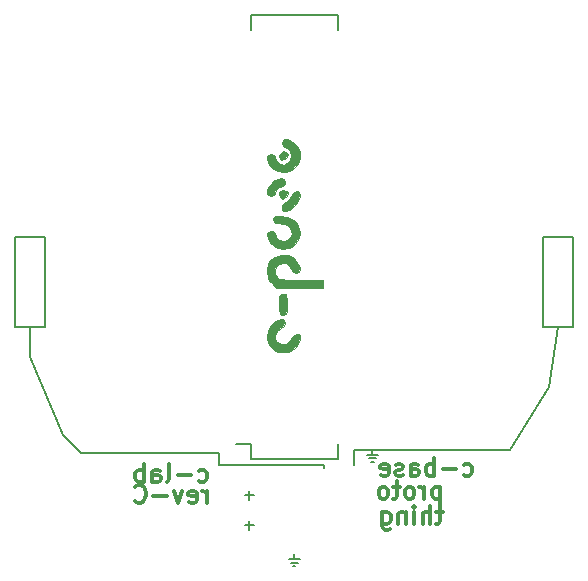
<source format=gbo>
G04 #@! TF.FileFunction,Legend,Bot*
%FSLAX46Y46*%
G04 Gerber Fmt 4.6, Leading zero omitted, Abs format (unit mm)*
G04 Created by KiCad (PCBNEW 4.0.0-rc1-stable) date Di 10 Nov 2015 17:33:22 CET*
%MOMM*%
G01*
G04 APERTURE LIST*
%ADD10C,0.100000*%
%ADD11C,0.200000*%
%ADD12C,0.300000*%
%ADD13C,0.010000*%
%ADD14C,0.150000*%
G04 APERTURE END LIST*
D10*
D11*
X126746000Y-129794000D02*
X126746000Y-127254000D01*
X129540000Y-136398000D02*
X126746000Y-129794000D01*
X131064000Y-137922000D02*
X129540000Y-136398000D01*
X142748000Y-137922000D02*
X131064000Y-137922000D01*
X142748000Y-138938000D02*
X142748000Y-137922000D01*
X151638000Y-138938000D02*
X142748000Y-138938000D01*
X151638000Y-139192000D02*
X151638000Y-138938000D01*
X154178000Y-137668000D02*
X154178000Y-138938000D01*
X155448000Y-137668000D02*
X154178000Y-137668000D01*
X167386000Y-137668000D02*
X155448000Y-137668000D01*
X170688000Y-132334000D02*
X167386000Y-137668000D01*
X171450000Y-127254000D02*
X170688000Y-132334000D01*
X149574190Y-146946952D02*
X148621809Y-146946952D01*
X149383714Y-147232667D02*
X148812285Y-147232667D01*
X149097999Y-146518381D02*
X149097999Y-146946952D01*
X149002761Y-147518381D02*
X149193237Y-147518381D01*
X156203590Y-138133152D02*
X155251209Y-138133152D01*
X156013114Y-138418867D02*
X155441685Y-138418867D01*
X155727399Y-137704581D02*
X155727399Y-138133152D01*
X155632161Y-138704581D02*
X155822637Y-138704581D01*
X145668952Y-141549429D02*
X144907047Y-141549429D01*
X145287999Y-141930381D02*
X145287999Y-141168476D01*
X172720000Y-119634000D02*
X172720000Y-127254000D01*
X170180000Y-119634000D02*
X172720000Y-119634000D01*
X170180000Y-127254000D02*
X170180000Y-119634000D01*
X128016000Y-119634000D02*
X125476000Y-119634000D01*
X128016000Y-127254000D02*
X128016000Y-119634000D01*
X125476000Y-127254000D02*
X128016000Y-127254000D01*
X125476000Y-119634000D02*
X125476000Y-127254000D01*
X170180000Y-127254000D02*
X172720000Y-127254000D01*
X145668952Y-144089429D02*
X144907047Y-144089429D01*
X145287999Y-144470381D02*
X145287999Y-143708476D01*
D12*
X141683999Y-142156571D02*
X141683999Y-141156571D01*
X141683999Y-141442286D02*
X141612571Y-141299429D01*
X141541142Y-141228000D01*
X141398285Y-141156571D01*
X141255428Y-141156571D01*
X140184000Y-142085143D02*
X140326857Y-142156571D01*
X140612571Y-142156571D01*
X140755428Y-142085143D01*
X140826857Y-141942286D01*
X140826857Y-141370857D01*
X140755428Y-141228000D01*
X140612571Y-141156571D01*
X140326857Y-141156571D01*
X140184000Y-141228000D01*
X140112571Y-141370857D01*
X140112571Y-141513714D01*
X140826857Y-141656571D01*
X139612571Y-141156571D02*
X139255428Y-142156571D01*
X138898286Y-141156571D01*
X138326857Y-141585143D02*
X137184000Y-141585143D01*
X135612571Y-142013714D02*
X135684000Y-142085143D01*
X135898286Y-142156571D01*
X136041143Y-142156571D01*
X136255428Y-142085143D01*
X136398286Y-141942286D01*
X136469714Y-141799429D01*
X136541143Y-141513714D01*
X136541143Y-141299429D01*
X136469714Y-141013714D01*
X136398286Y-140870857D01*
X136255428Y-140728000D01*
X136041143Y-140656571D01*
X135898286Y-140656571D01*
X135684000Y-140728000D01*
X135612571Y-140799429D01*
X141005428Y-140307143D02*
X141148285Y-140378571D01*
X141433999Y-140378571D01*
X141576857Y-140307143D01*
X141648285Y-140235714D01*
X141719714Y-140092857D01*
X141719714Y-139664286D01*
X141648285Y-139521429D01*
X141576857Y-139450000D01*
X141433999Y-139378571D01*
X141148285Y-139378571D01*
X141005428Y-139450000D01*
X140362571Y-139807143D02*
X139219714Y-139807143D01*
X138291142Y-140378571D02*
X138434000Y-140307143D01*
X138505428Y-140164286D01*
X138505428Y-138878571D01*
X137076857Y-140378571D02*
X137076857Y-139592857D01*
X137148286Y-139450000D01*
X137291143Y-139378571D01*
X137576857Y-139378571D01*
X137719714Y-139450000D01*
X137076857Y-140307143D02*
X137219714Y-140378571D01*
X137576857Y-140378571D01*
X137719714Y-140307143D01*
X137791143Y-140164286D01*
X137791143Y-140021429D01*
X137719714Y-139878571D01*
X137576857Y-139807143D01*
X137219714Y-139807143D01*
X137076857Y-139735714D01*
X136362571Y-140378571D02*
X136362571Y-138878571D01*
X136362571Y-139450000D02*
X136219714Y-139378571D01*
X135934000Y-139378571D01*
X135791143Y-139450000D01*
X135719714Y-139521429D01*
X135648285Y-139664286D01*
X135648285Y-140092857D01*
X135719714Y-140235714D01*
X135791143Y-140307143D01*
X135934000Y-140378571D01*
X136219714Y-140378571D01*
X136362571Y-140307143D01*
X161682572Y-142934571D02*
X161111143Y-142934571D01*
X161468286Y-142434571D02*
X161468286Y-143720286D01*
X161396858Y-143863143D01*
X161254000Y-143934571D01*
X161111143Y-143934571D01*
X160611143Y-143934571D02*
X160611143Y-142434571D01*
X159968286Y-143934571D02*
X159968286Y-143148857D01*
X160039715Y-143006000D01*
X160182572Y-142934571D01*
X160396857Y-142934571D01*
X160539715Y-143006000D01*
X160611143Y-143077429D01*
X159254000Y-143934571D02*
X159254000Y-142934571D01*
X159254000Y-142434571D02*
X159325429Y-142506000D01*
X159254000Y-142577429D01*
X159182572Y-142506000D01*
X159254000Y-142434571D01*
X159254000Y-142577429D01*
X158539714Y-142934571D02*
X158539714Y-143934571D01*
X158539714Y-143077429D02*
X158468286Y-143006000D01*
X158325428Y-142934571D01*
X158111143Y-142934571D01*
X157968286Y-143006000D01*
X157896857Y-143148857D01*
X157896857Y-143934571D01*
X156539714Y-142934571D02*
X156539714Y-144148857D01*
X156611143Y-144291714D01*
X156682571Y-144363143D01*
X156825428Y-144434571D01*
X157039714Y-144434571D01*
X157182571Y-144363143D01*
X156539714Y-143863143D02*
X156682571Y-143934571D01*
X156968285Y-143934571D01*
X157111143Y-143863143D01*
X157182571Y-143791714D01*
X157254000Y-143648857D01*
X157254000Y-143220286D01*
X157182571Y-143077429D01*
X157111143Y-143006000D01*
X156968285Y-142934571D01*
X156682571Y-142934571D01*
X156539714Y-143006000D01*
X161473828Y-140826371D02*
X161473828Y-142326371D01*
X161473828Y-140897800D02*
X161330971Y-140826371D01*
X161045257Y-140826371D01*
X160902400Y-140897800D01*
X160830971Y-140969229D01*
X160759542Y-141112086D01*
X160759542Y-141540657D01*
X160830971Y-141683514D01*
X160902400Y-141754943D01*
X161045257Y-141826371D01*
X161330971Y-141826371D01*
X161473828Y-141754943D01*
X160116685Y-141826371D02*
X160116685Y-140826371D01*
X160116685Y-141112086D02*
X160045257Y-140969229D01*
X159973828Y-140897800D01*
X159830971Y-140826371D01*
X159688114Y-140826371D01*
X158973828Y-141826371D02*
X159116686Y-141754943D01*
X159188114Y-141683514D01*
X159259543Y-141540657D01*
X159259543Y-141112086D01*
X159188114Y-140969229D01*
X159116686Y-140897800D01*
X158973828Y-140826371D01*
X158759543Y-140826371D01*
X158616686Y-140897800D01*
X158545257Y-140969229D01*
X158473828Y-141112086D01*
X158473828Y-141540657D01*
X158545257Y-141683514D01*
X158616686Y-141754943D01*
X158759543Y-141826371D01*
X158973828Y-141826371D01*
X158045257Y-140826371D02*
X157473828Y-140826371D01*
X157830971Y-140326371D02*
X157830971Y-141612086D01*
X157759543Y-141754943D01*
X157616685Y-141826371D01*
X157473828Y-141826371D01*
X156759542Y-141826371D02*
X156902400Y-141754943D01*
X156973828Y-141683514D01*
X157045257Y-141540657D01*
X157045257Y-141112086D01*
X156973828Y-140969229D01*
X156902400Y-140897800D01*
X156759542Y-140826371D01*
X156545257Y-140826371D01*
X156402400Y-140897800D01*
X156330971Y-140969229D01*
X156259542Y-141112086D01*
X156259542Y-141540657D01*
X156330971Y-141683514D01*
X156402400Y-141754943D01*
X156545257Y-141826371D01*
X156759542Y-141826371D01*
X163452571Y-139799143D02*
X163595428Y-139870571D01*
X163881142Y-139870571D01*
X164024000Y-139799143D01*
X164095428Y-139727714D01*
X164166857Y-139584857D01*
X164166857Y-139156286D01*
X164095428Y-139013429D01*
X164024000Y-138942000D01*
X163881142Y-138870571D01*
X163595428Y-138870571D01*
X163452571Y-138942000D01*
X162809714Y-139299143D02*
X161666857Y-139299143D01*
X160952571Y-139870571D02*
X160952571Y-138370571D01*
X160952571Y-138942000D02*
X160809714Y-138870571D01*
X160524000Y-138870571D01*
X160381143Y-138942000D01*
X160309714Y-139013429D01*
X160238285Y-139156286D01*
X160238285Y-139584857D01*
X160309714Y-139727714D01*
X160381143Y-139799143D01*
X160524000Y-139870571D01*
X160809714Y-139870571D01*
X160952571Y-139799143D01*
X158952571Y-139870571D02*
X158952571Y-139084857D01*
X159024000Y-138942000D01*
X159166857Y-138870571D01*
X159452571Y-138870571D01*
X159595428Y-138942000D01*
X158952571Y-139799143D02*
X159095428Y-139870571D01*
X159452571Y-139870571D01*
X159595428Y-139799143D01*
X159666857Y-139656286D01*
X159666857Y-139513429D01*
X159595428Y-139370571D01*
X159452571Y-139299143D01*
X159095428Y-139299143D01*
X158952571Y-139227714D01*
X158309714Y-139799143D02*
X158166857Y-139870571D01*
X157881142Y-139870571D01*
X157738285Y-139799143D01*
X157666857Y-139656286D01*
X157666857Y-139584857D01*
X157738285Y-139442000D01*
X157881142Y-139370571D01*
X158095428Y-139370571D01*
X158238285Y-139299143D01*
X158309714Y-139156286D01*
X158309714Y-139084857D01*
X158238285Y-138942000D01*
X158095428Y-138870571D01*
X157881142Y-138870571D01*
X157738285Y-138942000D01*
X156452571Y-139799143D02*
X156595428Y-139870571D01*
X156881142Y-139870571D01*
X157023999Y-139799143D01*
X157095428Y-139656286D01*
X157095428Y-139084857D01*
X157023999Y-138942000D01*
X156881142Y-138870571D01*
X156595428Y-138870571D01*
X156452571Y-138942000D01*
X156381142Y-139084857D01*
X156381142Y-139227714D01*
X157095428Y-139370571D01*
D13*
G36*
X149514912Y-127907423D02*
X149319783Y-127889000D01*
X149044681Y-127969209D01*
X148854300Y-128245736D01*
X148843331Y-128271616D01*
X148607557Y-128602288D01*
X148363767Y-128734817D01*
X147964108Y-128738008D01*
X147670427Y-128565755D01*
X147501914Y-128281326D01*
X147477756Y-127947986D01*
X147617140Y-127629005D01*
X147939254Y-127387649D01*
X147953385Y-127381670D01*
X148249222Y-127187690D01*
X148336000Y-126921093D01*
X148272230Y-126688834D01*
X148066400Y-126627615D01*
X147696736Y-126734638D01*
X147515541Y-126815621D01*
X147108444Y-127135869D01*
X146864008Y-127590272D01*
X146792546Y-128109746D01*
X146904370Y-128625207D01*
X147183231Y-129041770D01*
X147472078Y-129280915D01*
X147780348Y-129389459D01*
X148175471Y-129413000D01*
X148603207Y-129383916D01*
X148895925Y-129268371D01*
X149135484Y-129059156D01*
X149387848Y-128709107D01*
X149548719Y-128330084D01*
X149556119Y-128297156D01*
X149592018Y-128018076D01*
X149514912Y-127907423D01*
X149514912Y-127907423D01*
G37*
X149514912Y-127907423D02*
X149319783Y-127889000D01*
X149044681Y-127969209D01*
X148854300Y-128245736D01*
X148843331Y-128271616D01*
X148607557Y-128602288D01*
X148363767Y-128734817D01*
X147964108Y-128738008D01*
X147670427Y-128565755D01*
X147501914Y-128281326D01*
X147477756Y-127947986D01*
X147617140Y-127629005D01*
X147939254Y-127387649D01*
X147953385Y-127381670D01*
X148249222Y-127187690D01*
X148336000Y-126921093D01*
X148272230Y-126688834D01*
X148066400Y-126627615D01*
X147696736Y-126734638D01*
X147515541Y-126815621D01*
X147108444Y-127135869D01*
X146864008Y-127590272D01*
X146792546Y-128109746D01*
X146904370Y-128625207D01*
X147183231Y-129041770D01*
X147472078Y-129280915D01*
X147780348Y-129389459D01*
X148175471Y-129413000D01*
X148603207Y-129383916D01*
X148895925Y-129268371D01*
X149135484Y-129059156D01*
X149387848Y-128709107D01*
X149548719Y-128330084D01*
X149556119Y-128297156D01*
X149592018Y-128018076D01*
X149514912Y-127907423D01*
G36*
X149761259Y-123317000D02*
X149007262Y-123310694D01*
X148465236Y-123289067D01*
X148093405Y-123248052D01*
X147849989Y-123183586D01*
X147729259Y-123119299D01*
X147492996Y-122834004D01*
X147447543Y-122500654D01*
X147558126Y-122181768D01*
X147789967Y-121939864D01*
X148108293Y-121837460D01*
X148407253Y-121900425D01*
X148694415Y-122127637D01*
X148843407Y-122362940D01*
X149035853Y-122622563D01*
X149285357Y-122682000D01*
X149534136Y-122617633D01*
X149597744Y-122412673D01*
X149479240Y-122049337D01*
X149416226Y-121921403D01*
X149051331Y-121459280D01*
X148566729Y-121203767D01*
X148007053Y-121167801D01*
X147444459Y-121349815D01*
X147087802Y-121605391D01*
X146888698Y-121953997D01*
X146814736Y-122460716D01*
X146812000Y-122619921D01*
X146847553Y-123047979D01*
X146987461Y-123357038D01*
X147183231Y-123580770D01*
X147554462Y-123952000D01*
X151511000Y-123952000D01*
X151511000Y-123317000D01*
X149761259Y-123317000D01*
X149761259Y-123317000D01*
G37*
X149761259Y-123317000D02*
X149007262Y-123310694D01*
X148465236Y-123289067D01*
X148093405Y-123248052D01*
X147849989Y-123183586D01*
X147729259Y-123119299D01*
X147492996Y-122834004D01*
X147447543Y-122500654D01*
X147558126Y-122181768D01*
X147789967Y-121939864D01*
X148108293Y-121837460D01*
X148407253Y-121900425D01*
X148694415Y-122127637D01*
X148843407Y-122362940D01*
X149035853Y-122622563D01*
X149285357Y-122682000D01*
X149534136Y-122617633D01*
X149597744Y-122412673D01*
X149479240Y-122049337D01*
X149416226Y-121921403D01*
X149051331Y-121459280D01*
X148566729Y-121203767D01*
X148007053Y-121167801D01*
X147444459Y-121349815D01*
X147087802Y-121605391D01*
X146888698Y-121953997D01*
X146814736Y-122460716D01*
X146812000Y-122619921D01*
X146847553Y-123047979D01*
X146987461Y-123357038D01*
X147183231Y-123580770D01*
X147554462Y-123952000D01*
X151511000Y-123952000D01*
X151511000Y-123317000D01*
X149761259Y-123317000D01*
G36*
X149453029Y-118693547D02*
X149426778Y-118639808D01*
X149062470Y-118199656D01*
X148524679Y-117935536D01*
X147897807Y-117856000D01*
X147542693Y-117868828D01*
X147373498Y-117932122D01*
X147322487Y-118083104D01*
X147320000Y-118173500D01*
X147362259Y-118402180D01*
X147540368Y-118484343D01*
X147692733Y-118491000D01*
X148224357Y-118565304D01*
X148620959Y-118765874D01*
X148847856Y-119059197D01*
X148870363Y-119411763D01*
X148809981Y-119570500D01*
X148565219Y-119890308D01*
X148229260Y-120008788D01*
X148133434Y-120013056D01*
X147818347Y-119907560D01*
X147556798Y-119650922D01*
X147447003Y-119339693D01*
X147447000Y-119338250D01*
X147341940Y-119164150D01*
X147129500Y-119126000D01*
X146885367Y-119217314D01*
X146793187Y-119453443D01*
X146850317Y-119777670D01*
X147054113Y-120133277D01*
X147183231Y-120278770D01*
X147472078Y-120517915D01*
X147780348Y-120626459D01*
X148175471Y-120650000D01*
X148601705Y-120621306D01*
X148893942Y-120506250D01*
X149142507Y-120288825D01*
X149466438Y-119791531D01*
X149573717Y-119237891D01*
X149453029Y-118693547D01*
X149453029Y-118693547D01*
G37*
X149453029Y-118693547D02*
X149426778Y-118639808D01*
X149062470Y-118199656D01*
X148524679Y-117935536D01*
X147897807Y-117856000D01*
X147542693Y-117868828D01*
X147373498Y-117932122D01*
X147322487Y-118083104D01*
X147320000Y-118173500D01*
X147362259Y-118402180D01*
X147540368Y-118484343D01*
X147692733Y-118491000D01*
X148224357Y-118565304D01*
X148620959Y-118765874D01*
X148847856Y-119059197D01*
X148870363Y-119411763D01*
X148809981Y-119570500D01*
X148565219Y-119890308D01*
X148229260Y-120008788D01*
X148133434Y-120013056D01*
X147818347Y-119907560D01*
X147556798Y-119650922D01*
X147447003Y-119339693D01*
X147447000Y-119338250D01*
X147341940Y-119164150D01*
X147129500Y-119126000D01*
X146885367Y-119217314D01*
X146793187Y-119453443D01*
X146850317Y-119777670D01*
X147054113Y-120133277D01*
X147183231Y-120278770D01*
X147472078Y-120517915D01*
X147780348Y-120626459D01*
X148175471Y-120650000D01*
X148601705Y-120621306D01*
X148893942Y-120506250D01*
X149142507Y-120288825D01*
X149466438Y-119791531D01*
X149573717Y-119237891D01*
X149453029Y-118693547D01*
G36*
X148244687Y-114754367D02*
X148008558Y-114662187D01*
X147684331Y-114719317D01*
X147328724Y-114923113D01*
X147183231Y-115052231D01*
X146918442Y-115404078D01*
X146799205Y-115748438D01*
X146828165Y-116028593D01*
X147007965Y-116187825D01*
X147129500Y-116205000D01*
X147382797Y-116141389D01*
X147447000Y-115970684D01*
X147554040Y-115679903D01*
X147808213Y-115429395D01*
X148109100Y-115316305D01*
X148123751Y-115316000D01*
X148297851Y-115210940D01*
X148336000Y-114998500D01*
X148244687Y-114754367D01*
X148244687Y-114754367D01*
G37*
X148244687Y-114754367D02*
X148008558Y-114662187D01*
X147684331Y-114719317D01*
X147328724Y-114923113D01*
X147183231Y-115052231D01*
X146918442Y-115404078D01*
X146799205Y-115748438D01*
X146828165Y-116028593D01*
X147007965Y-116187825D01*
X147129500Y-116205000D01*
X147382797Y-116141389D01*
X147447000Y-115970684D01*
X147554040Y-115679903D01*
X147808213Y-115429395D01*
X148109100Y-115316305D01*
X148123751Y-115316000D01*
X148297851Y-115210940D01*
X148336000Y-114998500D01*
X148244687Y-114754367D01*
G36*
X149549764Y-112442227D02*
X149391306Y-112082473D01*
X149136934Y-111773294D01*
X148834311Y-111538906D01*
X148531102Y-111403527D01*
X148274971Y-111391372D01*
X148113580Y-111526658D01*
X148082000Y-111696500D01*
X148140971Y-111940545D01*
X148252817Y-112014000D01*
X148507430Y-112124380D01*
X148726489Y-112393709D01*
X148840086Y-112729267D01*
X148844000Y-112798067D01*
X148747099Y-113134475D01*
X148510875Y-113411978D01*
X148217046Y-113537332D01*
X148195509Y-113538000D01*
X147894612Y-113446623D01*
X147615798Y-113228372D01*
X147456766Y-112967071D01*
X147447000Y-112895799D01*
X147368695Y-112701173D01*
X147129500Y-112649000D01*
X146896381Y-112694336D01*
X146818930Y-112881569D01*
X146815862Y-112998250D01*
X146865544Y-113346550D01*
X146949175Y-113569753D01*
X147239407Y-113857068D01*
X147686328Y-114071927D01*
X148194287Y-114170840D01*
X148275963Y-114173000D01*
X148764562Y-114057151D01*
X149175102Y-113749686D01*
X149463334Y-113310727D01*
X149585009Y-112800399D01*
X149549764Y-112442227D01*
X149549764Y-112442227D01*
G37*
X149549764Y-112442227D02*
X149391306Y-112082473D01*
X149136934Y-111773294D01*
X148834311Y-111538906D01*
X148531102Y-111403527D01*
X148274971Y-111391372D01*
X148113580Y-111526658D01*
X148082000Y-111696500D01*
X148140971Y-111940545D01*
X148252817Y-112014000D01*
X148507430Y-112124380D01*
X148726489Y-112393709D01*
X148840086Y-112729267D01*
X148844000Y-112798067D01*
X148747099Y-113134475D01*
X148510875Y-113411978D01*
X148217046Y-113537332D01*
X148195509Y-113538000D01*
X147894612Y-113446623D01*
X147615798Y-113228372D01*
X147456766Y-112967071D01*
X147447000Y-112895799D01*
X147368695Y-112701173D01*
X147129500Y-112649000D01*
X146896381Y-112694336D01*
X146818930Y-112881569D01*
X146815862Y-112998250D01*
X146865544Y-113346550D01*
X146949175Y-113569753D01*
X147239407Y-113857068D01*
X147686328Y-114071927D01*
X148194287Y-114170840D01*
X148275963Y-114173000D01*
X148764562Y-114057151D01*
X149175102Y-113749686D01*
X149463334Y-113310727D01*
X149585009Y-112800399D01*
X149549764Y-112442227D01*
G36*
X148458332Y-124884547D02*
X148431147Y-124618730D01*
X148361680Y-124496203D01*
X148230162Y-124461619D01*
X148145500Y-124460000D01*
X147979624Y-124473073D01*
X147884690Y-124549190D01*
X147840930Y-124743699D01*
X147828579Y-125111947D01*
X147828000Y-125349000D01*
X147832669Y-125813454D01*
X147859854Y-126079271D01*
X147929321Y-126201798D01*
X148060839Y-126236382D01*
X148145500Y-126238000D01*
X148311377Y-126224928D01*
X148406311Y-126148811D01*
X148450071Y-125954302D01*
X148462422Y-125586054D01*
X148463000Y-125349000D01*
X148458332Y-124884547D01*
X148458332Y-124884547D01*
G37*
X148458332Y-124884547D02*
X148431147Y-124618730D01*
X148361680Y-124496203D01*
X148230162Y-124461619D01*
X148145500Y-124460000D01*
X147979624Y-124473073D01*
X147884690Y-124549190D01*
X147840930Y-124743699D01*
X147828579Y-125111947D01*
X147828000Y-125349000D01*
X147832669Y-125813454D01*
X147859854Y-126079271D01*
X147929321Y-126201798D01*
X148060839Y-126236382D01*
X148145500Y-126238000D01*
X148311377Y-126224928D01*
X148406311Y-126148811D01*
X148450071Y-125954302D01*
X148462422Y-125586054D01*
X148463000Y-125349000D01*
X148458332Y-124884547D01*
G36*
X148547853Y-115897348D02*
X148375619Y-115744783D01*
X148149486Y-115697000D01*
X147906048Y-115747706D01*
X147829796Y-115949856D01*
X147828000Y-116018486D01*
X147898851Y-116290487D01*
X148028348Y-116416853D01*
X148273837Y-116397508D01*
X148482795Y-116220755D01*
X148564481Y-115977335D01*
X148547853Y-115897348D01*
X148547853Y-115897348D01*
G37*
X148547853Y-115897348D02*
X148375619Y-115744783D01*
X148149486Y-115697000D01*
X147906048Y-115747706D01*
X147829796Y-115949856D01*
X147828000Y-116018486D01*
X147898851Y-116290487D01*
X148028348Y-116416853D01*
X148273837Y-116397508D01*
X148482795Y-116220755D01*
X148564481Y-115977335D01*
X148547853Y-115897348D01*
G36*
X148469800Y-112530212D02*
X148253996Y-112417295D01*
X148161086Y-112420036D01*
X147941512Y-112546141D01*
X147843816Y-112776563D01*
X147889476Y-113006474D01*
X148019441Y-113111435D01*
X148271931Y-113097188D01*
X148414015Y-113006415D01*
X148536318Y-112757140D01*
X148469800Y-112530212D01*
X148469800Y-112530212D01*
G37*
X148469800Y-112530212D02*
X148253996Y-112417295D01*
X148161086Y-112420036D01*
X147941512Y-112546141D01*
X147843816Y-112776563D01*
X147889476Y-113006474D01*
X148019441Y-113111435D01*
X148271931Y-113097188D01*
X148414015Y-113006415D01*
X148536318Y-112757140D01*
X148469800Y-112530212D01*
G36*
X149525046Y-115862327D02*
X149331728Y-115800444D01*
X149100365Y-115886516D01*
X148905275Y-116108401D01*
X148862777Y-116205729D01*
X148655099Y-116535551D01*
X148405853Y-116710585D01*
X148191106Y-116875222D01*
X148078967Y-117113393D01*
X148083658Y-117339541D01*
X148219396Y-117468112D01*
X148278807Y-117475000D01*
X148713055Y-117361003D01*
X149121401Y-117064795D01*
X149438304Y-116655054D01*
X149598223Y-116200458D01*
X149606000Y-116084307D01*
X149525046Y-115862327D01*
X149525046Y-115862327D01*
G37*
X149525046Y-115862327D02*
X149331728Y-115800444D01*
X149100365Y-115886516D01*
X148905275Y-116108401D01*
X148862777Y-116205729D01*
X148655099Y-116535551D01*
X148405853Y-116710585D01*
X148191106Y-116875222D01*
X148078967Y-117113393D01*
X148083658Y-117339541D01*
X148219396Y-117468112D01*
X148278807Y-117475000D01*
X148713055Y-117361003D01*
X149121401Y-117064795D01*
X149438304Y-116655054D01*
X149598223Y-116200458D01*
X149606000Y-116084307D01*
X149525046Y-115862327D01*
D14*
X145423000Y-138439000D02*
X145423000Y-137169000D01*
X152773000Y-138439000D02*
X152773000Y-137169000D01*
X152773000Y-100829000D02*
X152773000Y-102099000D01*
X145423000Y-100829000D02*
X145423000Y-102099000D01*
X145423000Y-138439000D02*
X152773000Y-138439000D01*
X145423000Y-100829000D02*
X152773000Y-100829000D01*
X145423000Y-137169000D02*
X144138000Y-137169000D01*
M02*

</source>
